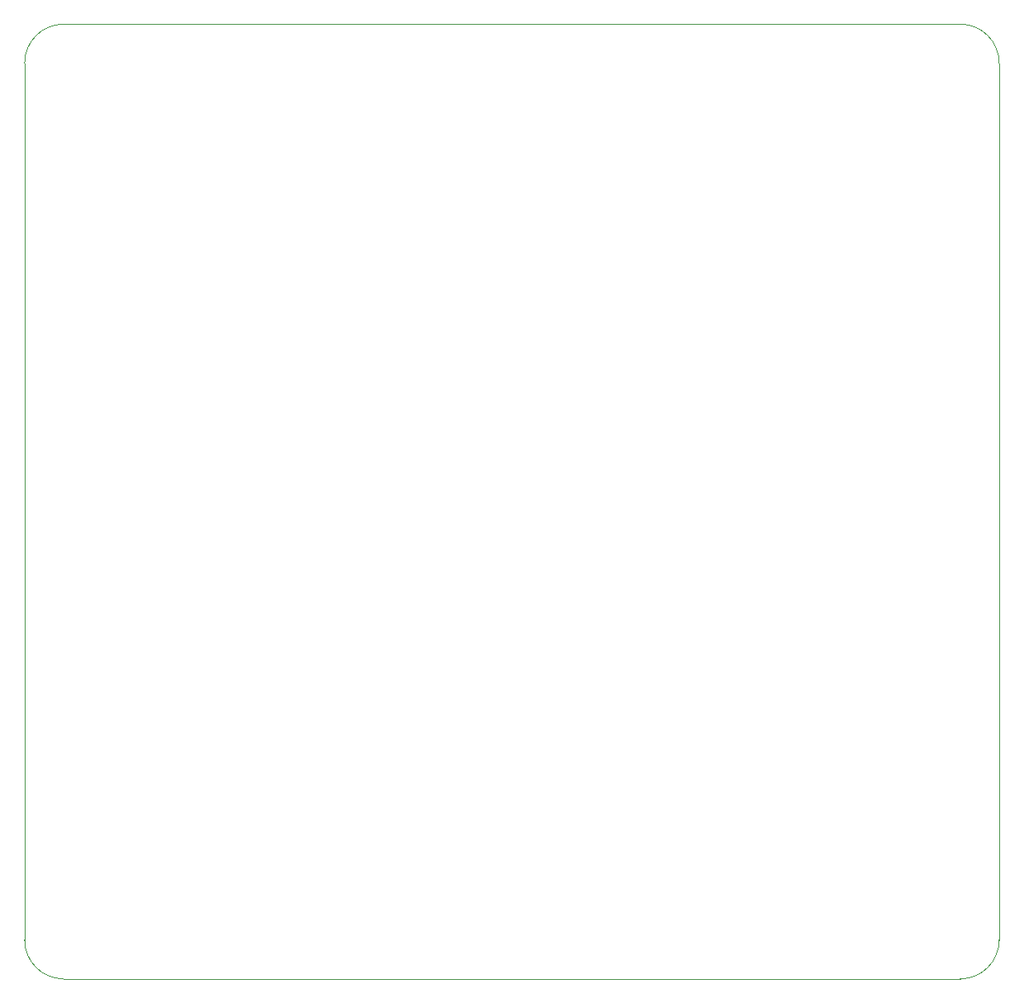
<source format=gbr>
G04 #@! TF.GenerationSoftware,KiCad,Pcbnew,(5.1.4)-1*
G04 #@! TF.CreationDate,2019-11-03T17:56:11-05:00*
G04 #@! TF.ProjectId,MorseTutor4,4d6f7273-6554-4757-946f-72342e6b6963,rev?*
G04 #@! TF.SameCoordinates,Original*
G04 #@! TF.FileFunction,Profile,NP*
%FSLAX46Y46*%
G04 Gerber Fmt 4.6, Leading zero omitted, Abs format (unit mm)*
G04 Created by KiCad (PCBNEW (5.1.4)-1) date 2019-11-03 17:56:11*
%MOMM*%
%LPD*%
G04 APERTURE LIST*
%ADD10C,0.050000*%
G04 APERTURE END LIST*
D10*
X34000000Y-30000000D02*
X126000000Y-30000000D01*
X34000000Y-128000000D02*
X126000000Y-128000000D01*
X34000000Y-128000000D02*
G75*
G02X30000000Y-124000000I0J4000000D01*
G01*
X130000000Y-124000000D02*
G75*
G02X126000000Y-128000000I-4000000J0D01*
G01*
X126000000Y-30000000D02*
G75*
G02X130000000Y-34000000I0J-4000000D01*
G01*
X30000000Y-34000000D02*
G75*
G02X34000000Y-30000000I4000000J0D01*
G01*
X130000000Y-34000000D02*
X130000000Y-124000000D01*
X30000000Y-34000000D02*
X30000000Y-124000000D01*
M02*

</source>
